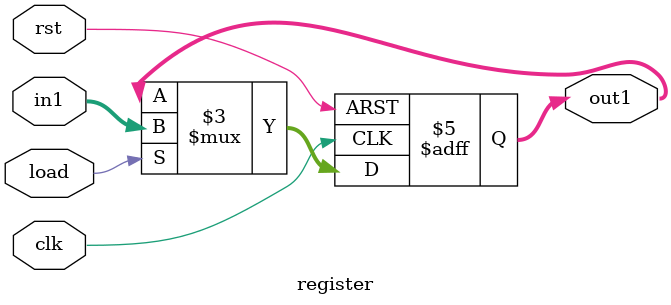
<source format=v>
module register(rst,clk,in1,load,out1);
input [7:0]in1;
input load,rst,clk;
output reg [7:0]out1;
always@(posedge clk or posedge rst)
begin
if(rst)
out1<=8'd0;
else if(load)
out1<=in1;
else
out1<=out1;
end
endmodule
</source>
